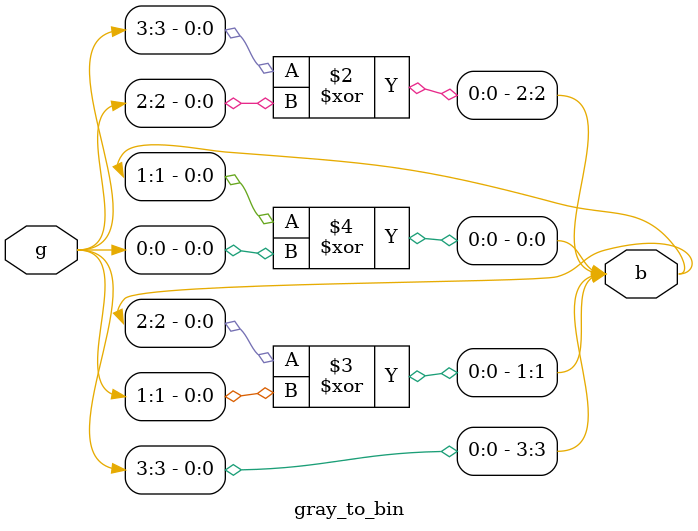
<source format=v>
module gray_to_bin(
input [3:0] g,
output reg [3:0] b
);

always @(*) begin 
     b[3] = g[3];
     b[2] = b[3] ^ g[2];
     b[1] = b[2] ^ g[1];
     b[0] = b[1] ^ g[0];
end
endmodule

</source>
